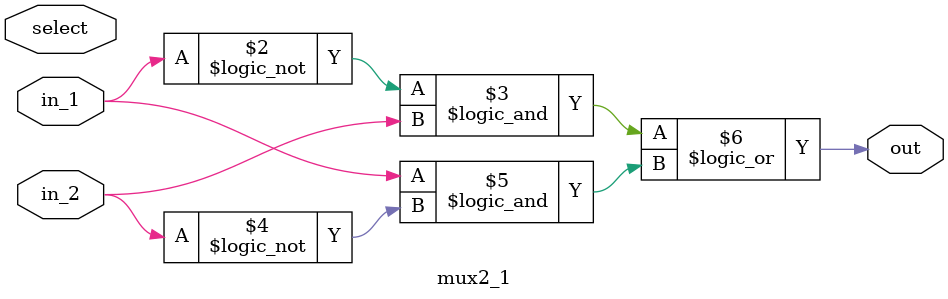
<source format=v>
module mux2_1
(
  input   wire  [0:0]   in_1,//1个位，[0:0]可以不写
  input   wire          in_2,
  input   wire          select,
  
  output  reg           out
  //output可以是reg也可以是wire型，但always赋值的变量必须是reg型，因此这里选择reg型
);

//always @(in_1,in_2,select)
////可用always @(*)代替，星号表示在always块中出现的所有输入，都会作为敏感变量
//  if(select == 1'b1)
//    begin
//      out = in_1;
//    end
//  else
//    begin
//      out = in_2;
//    end

always @(in_1,in_2)
  out = ((!in_1)&&in_2)||(in_1&&(!in_2));//一个异或门，相异输出高电平，灯灭


endmodule
</source>
